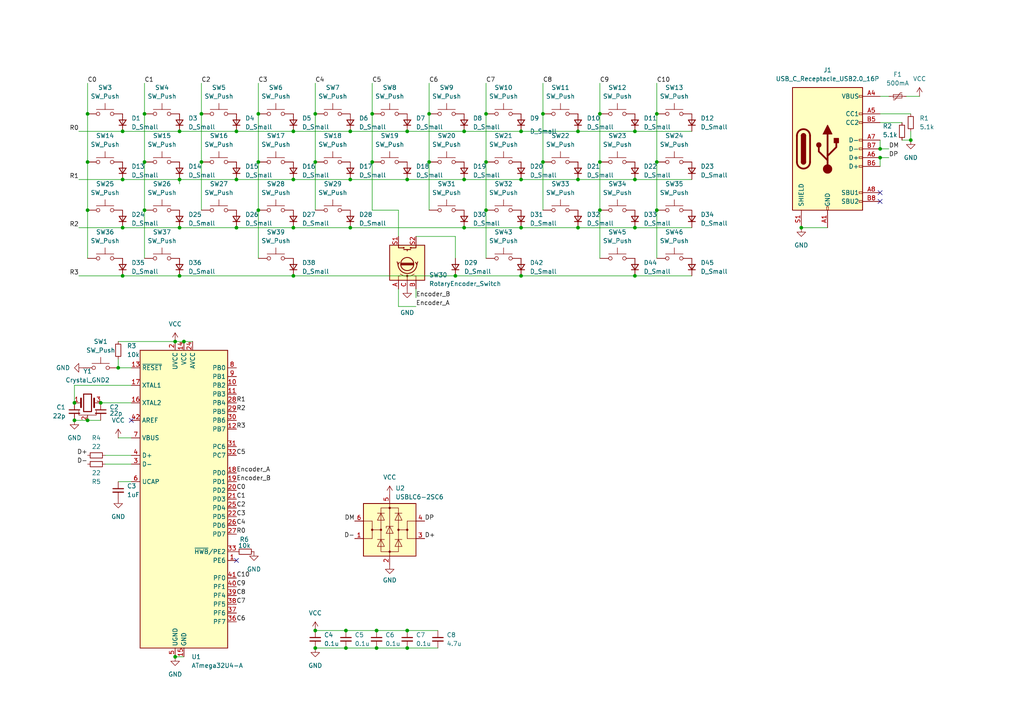
<source format=kicad_sch>
(kicad_sch (version 20231120) (generator "eeschema") (generator_version "8.0")
  (paper "A4")
  (junction (at 184.15 80.01))
  (junction (at 100.33 187.96))
  (junction (at 53.34 99.06))
  (junction (at 109.22 187.96))
  (junction (at 157.48 46.99))
  (junction (at 151.13 80.01))
  (junction (at 173.99 33.02))
  (junction (at 29.21 116.84))
  (junction (at 52.07 66.04))
  (junction (at 134.62 52.07))
  (junction (at 140.97 46.99))
  (junction (at 167.64 52.07))
  (junction (at 107.95 46.99))
  (junction (at 255.27 45.72))
  (junction (at 107.95 33.02))
  (junction (at 173.99 46.99))
  (junction (at 118.11 52.07))
  (junction (at 41.91 60.96))
  (junction (at 91.44 33.02))
  (junction (at 74.93 60.96))
  (junction (at 140.97 60.96))
  (junction (at 85.09 80.01))
  (junction (at 134.62 38.1))
  (junction (at 184.15 66.04))
  (junction (at 68.58 66.04))
  (junction (at 85.09 66.04))
  (junction (at 101.6 66.04))
  (junction (at 91.44 187.96))
  (junction (at 25.4 121.92))
  (junction (at 184.15 38.1))
  (junction (at 151.13 38.1))
  (junction (at 85.09 52.07))
  (junction (at 58.42 33.02))
  (junction (at 35.56 38.1))
  (junction (at 52.07 80.01))
  (junction (at 35.56 80.01))
  (junction (at 25.4 60.96))
  (junction (at 100.33 182.88))
  (junction (at 34.29 106.68))
  (junction (at 21.59 121.92))
  (junction (at 124.46 46.99))
  (junction (at 68.58 52.07))
  (junction (at 91.44 182.88))
  (junction (at 74.93 46.99))
  (junction (at 184.15 52.07))
  (junction (at 134.62 66.04))
  (junction (at 101.6 38.1))
  (junction (at 101.6 52.07))
  (junction (at 35.56 52.07))
  (junction (at 173.99 60.96))
  (junction (at 140.97 33.02))
  (junction (at 190.5 60.96))
  (junction (at 91.44 46.99))
  (junction (at 118.11 187.96))
  (junction (at 118.11 38.1))
  (junction (at 132.08 80.01))
  (junction (at 68.58 38.1))
  (junction (at 264.16 40.64))
  (junction (at 118.11 182.88))
  (junction (at 157.48 33.02))
  (junction (at 190.5 46.99))
  (junction (at 50.8 190.5))
  (junction (at 74.93 33.02))
  (junction (at 232.41 66.04))
  (junction (at 41.91 33.02))
  (junction (at 109.22 182.88))
  (junction (at 151.13 52.07))
  (junction (at 255.27 43.18))
  (junction (at 167.64 66.04))
  (junction (at 35.56 66.04))
  (junction (at 50.8 99.06))
  (junction (at 85.09 38.1))
  (junction (at 190.5 33.02))
  (junction (at 25.4 33.02))
  (junction (at 52.07 38.1))
  (junction (at 151.13 66.04))
  (junction (at 25.4 46.99))
  (junction (at 41.91 46.99))
  (junction (at 124.46 33.02))
  (junction (at 21.59 116.84))
  (junction (at 58.42 46.99))
  (junction (at 52.07 52.07))
  (junction (at 167.64 38.1))
  (no_connect (at 38.1 121.92))
  (no_connect (at 255.27 58.42))
  (no_connect (at 255.27 55.88))
  (no_connect (at 68.58 162.56))
  (wire (pts (xy 22.86 38.1) (xy 35.56 38.1)))
  (wire (pts (xy 255.27 45.72) (xy 257.81 45.72)))
  (wire (pts (xy 52.07 80.01) (xy 85.09 80.01)))
  (wire (pts (xy 68.58 38.1) (xy 85.09 38.1)))
  (wire (pts (xy 25.4 60.96) (xy 25.4 74.93)))
  (wire (pts (xy 190.5 60.96) (xy 190.5 74.93)))
  (wire (pts (xy 22.86 80.01) (xy 35.56 80.01)))
  (wire (pts (xy 118.11 182.88) (xy 127 182.88)))
  (wire (pts (xy 85.09 80.01) (xy 132.08 80.01)))
  (wire (pts (xy 41.91 33.02) (xy 41.91 46.99)))
  (wire (pts (xy 58.42 46.99) (xy 58.42 60.96)))
  (wire (pts (xy 91.44 187.96) (xy 100.33 187.96)))
  (wire (pts (xy 85.09 52.07) (xy 101.6 52.07)))
  (wire (pts (xy 100.33 187.96) (xy 109.22 187.96)))
  (wire (pts (xy 35.56 80.01) (xy 52.07 80.01)))
  (wire (pts (xy 132.08 80.01) (xy 151.13 80.01)))
  (wire (pts (xy 50.8 190.5) (xy 53.34 190.5)))
  (wire (pts (xy 41.91 24.13) (xy 41.91 33.02)))
  (wire (pts (xy 25.4 33.02) (xy 25.4 46.99)))
  (wire (pts (xy 101.6 52.07) (xy 118.11 52.07)))
  (wire (pts (xy 262.89 27.94) (xy 266.7 27.94)))
  (wire (pts (xy 85.09 38.1) (xy 101.6 38.1)))
  (wire (pts (xy 53.34 99.06) (xy 55.88 99.06)))
  (wire (pts (xy 30.48 134.62) (xy 38.1 134.62)))
  (wire (pts (xy 157.48 24.13) (xy 157.48 33.02)))
  (wire (pts (xy 68.58 66.04) (xy 85.09 66.04)))
  (wire (pts (xy 134.62 52.07) (xy 151.13 52.07)))
  (wire (pts (xy 74.93 60.96) (xy 74.93 74.93)))
  (wire (pts (xy 151.13 52.07) (xy 167.64 52.07)))
  (wire (pts (xy 255.27 43.18) (xy 257.81 43.18)))
  (wire (pts (xy 190.5 46.99) (xy 190.5 60.96)))
  (wire (pts (xy 261.62 40.64) (xy 264.16 40.64)))
  (wire (pts (xy 34.29 104.14) (xy 34.29 106.68)))
  (wire (pts (xy 134.62 38.1) (xy 151.13 38.1)))
  (wire (pts (xy 34.29 106.68) (xy 38.1 106.68)))
  (wire (pts (xy 35.56 52.07) (xy 52.07 52.07)))
  (wire (pts (xy 107.95 24.13) (xy 107.95 33.02)))
  (wire (pts (xy 107.95 60.96) (xy 115.57 60.96)))
  (wire (pts (xy 109.22 187.96) (xy 118.11 187.96)))
  (wire (pts (xy 21.59 121.92) (xy 25.4 121.92)))
  (wire (pts (xy 173.99 60.96) (xy 173.99 74.93)))
  (wire (pts (xy 34.29 139.7) (xy 38.1 139.7)))
  (wire (pts (xy 34.29 99.06) (xy 50.8 99.06)))
  (wire (pts (xy 118.11 38.1) (xy 134.62 38.1)))
  (wire (pts (xy 38.1 111.76) (xy 21.59 111.76)))
  (wire (pts (xy 109.22 182.88) (xy 118.11 182.88)))
  (wire (pts (xy 107.95 33.02) (xy 107.95 46.99)))
  (wire (pts (xy 115.57 83.82) (xy 115.57 88.9)))
  (wire (pts (xy 74.93 24.13) (xy 74.93 33.02)))
  (wire (pts (xy 22.86 52.07) (xy 35.56 52.07)))
  (wire (pts (xy 107.95 46.99) (xy 107.95 60.96)))
  (wire (pts (xy 167.64 38.1) (xy 184.15 38.1)))
  (wire (pts (xy 91.44 33.02) (xy 91.44 46.99)))
  (wire (pts (xy 184.15 52.07) (xy 200.66 52.07)))
  (wire (pts (xy 124.46 33.02) (xy 124.46 46.99)))
  (wire (pts (xy 140.97 60.96) (xy 140.97 74.93)))
  (wire (pts (xy 52.07 52.07) (xy 68.58 52.07)))
  (wire (pts (xy 140.97 46.99) (xy 140.97 60.96)))
  (wire (pts (xy 58.42 24.13) (xy 58.42 33.02)))
  (wire (pts (xy 255.27 40.64) (xy 255.27 43.18)))
  (wire (pts (xy 132.08 74.93) (xy 132.08 68.58)))
  (wire (pts (xy 91.44 182.88) (xy 100.33 182.88)))
  (wire (pts (xy 118.11 187.96) (xy 127 187.96)))
  (wire (pts (xy 91.44 24.13) (xy 91.44 33.02)))
  (wire (pts (xy 52.07 38.1) (xy 68.58 38.1)))
  (wire (pts (xy 34.29 127) (xy 38.1 127)))
  (wire (pts (xy 134.62 66.04) (xy 151.13 66.04)))
  (wire (pts (xy 115.57 60.96) (xy 115.57 68.58)))
  (wire (pts (xy 35.56 66.04) (xy 52.07 66.04)))
  (wire (pts (xy 157.48 46.99) (xy 157.48 60.96)))
  (wire (pts (xy 140.97 33.02) (xy 140.97 46.99)))
  (wire (pts (xy 50.8 99.06) (xy 53.34 99.06)))
  (wire (pts (xy 22.86 66.04) (xy 35.56 66.04)))
  (wire (pts (xy 100.33 182.88) (xy 109.22 182.88)))
  (wire (pts (xy 173.99 46.99) (xy 173.99 60.96)))
  (wire (pts (xy 167.64 66.04) (xy 184.15 66.04)))
  (wire (pts (xy 25.4 46.99) (xy 25.4 60.96)))
  (wire (pts (xy 68.58 52.07) (xy 85.09 52.07)))
  (wire (pts (xy 41.91 46.99) (xy 41.91 60.96)))
  (wire (pts (xy 140.97 24.13) (xy 140.97 33.02)))
  (wire (pts (xy 264.16 38.1) (xy 264.16 40.64)))
  (wire (pts (xy 101.6 66.04) (xy 134.62 66.04)))
  (wire (pts (xy 120.65 83.82) (xy 120.65 86.36)))
  (wire (pts (xy 21.59 111.76) (xy 21.59 116.84)))
  (wire (pts (xy 74.93 33.02) (xy 74.93 46.99)))
  (wire (pts (xy 255.27 35.56) (xy 261.62 35.56)))
  (wire (pts (xy 30.48 132.08) (xy 38.1 132.08)))
  (wire (pts (xy 118.11 52.07) (xy 134.62 52.07)))
  (wire (pts (xy 184.15 38.1) (xy 200.66 38.1)))
  (wire (pts (xy 255.27 33.02) (xy 264.16 33.02)))
  (wire (pts (xy 52.07 52.07) (xy 52.07 53.34)))
  (wire (pts (xy 85.09 66.04) (xy 101.6 66.04)))
  (wire (pts (xy 29.21 116.84) (xy 38.1 116.84)))
  (wire (pts (xy 167.64 52.07) (xy 184.15 52.07)))
  (wire (pts (xy 115.57 88.9) (xy 120.65 88.9)))
  (wire (pts (xy 52.07 66.04) (xy 68.58 66.04)))
  (wire (pts (xy 151.13 80.01) (xy 184.15 80.01)))
  (wire (pts (xy 190.5 33.02) (xy 190.5 46.99)))
  (wire (pts (xy 35.56 38.1) (xy 52.07 38.1)))
  (wire (pts (xy 255.27 27.94) (xy 257.81 27.94)))
  (wire (pts (xy 120.65 68.58) (xy 132.08 68.58)))
  (wire (pts (xy 74.93 46.99) (xy 74.93 60.96)))
  (wire (pts (xy 151.13 66.04) (xy 167.64 66.04)))
  (wire (pts (xy 124.46 46.99) (xy 124.46 60.96)))
  (wire (pts (xy 91.44 46.99) (xy 91.44 60.96)))
  (wire (pts (xy 101.6 38.1) (xy 118.11 38.1)))
  (wire (pts (xy 157.48 33.02) (xy 157.48 46.99)))
  (wire (pts (xy 255.27 45.72) (xy 255.27 48.26)))
  (wire (pts (xy 25.4 24.13) (xy 25.4 33.02)))
  (wire (pts (xy 58.42 33.02) (xy 58.42 46.99)))
  (wire (pts (xy 184.15 66.04) (xy 200.66 66.04)))
  (wire (pts (xy 151.13 38.1) (xy 167.64 38.1)))
  (wire (pts (xy 173.99 24.13) (xy 173.99 33.02)))
  (wire (pts (xy 41.91 60.96) (xy 41.91 74.93)))
  (wire (pts (xy 232.41 66.04) (xy 240.03 66.04)))
  (wire (pts (xy 190.5 24.13) (xy 190.5 33.02)))
  (wire (pts (xy 25.4 121.92) (xy 29.21 121.92)))
  (wire (pts (xy 184.15 80.01) (xy 200.66 80.01)))
  (wire (pts (xy 124.46 24.13) (xy 124.46 33.02)))
  (wire (pts (xy 173.99 33.02) (xy 173.99 46.99)))
  (label "C10" (at 190.5 24.13 0))
  (label "DP" (at 257.81 45.72 0))
  (label "D+" (at 123.19 156.21 0))
  (label "Encoder_A" (at 68.58 137.16 0))
  (label "C8" (at 68.58 172.72 0))
  (label "C6" (at 68.58 180.34 0))
  (label "R2" (at 22.86 66.04 180))
  (label "C9" (at 68.58 170.18 0))
  (label "DM" (at 257.81 43.18 0))
  (label "D-" (at 102.87 156.21 180))
  (label "R2" (at 68.58 119.38 0))
  (label "R1" (at 22.86 52.07 180))
  (label "DM" (at 102.87 151.13 180))
  (label "D-" (at 25.4 134.62 180))
  (label "C0" (at 25.4 24.13 0))
  (label "R0" (at 68.58 154.94 0))
  (label "R3" (at 68.58 124.46 0))
  (label "C7" (at 68.58 175.26 0))
  (label "C5" (at 68.58 132.08 0))
  (label "C9" (at 173.99 24.13 0))
  (label "Encoder_B" (at 68.58 139.7 0))
  (label "C1" (at 68.58 144.78 0))
  (label "Encoder_A" (at 120.65 88.9 0))
  (label "D+" (at 25.4 132.08 180))
  (label "C1" (at 41.91 24.13 0))
  (label "C2" (at 58.42 24.13 0))
  (label "Encoder_B" (at 120.65 86.36 0))
  (label "C8" (at 157.48 24.13 0))
  (label "C3" (at 68.58 149.86 0))
  (label "C4" (at 68.58 152.4 0))
  (label "C5" (at 107.95 24.13 0))
  (label "C6" (at 124.46 24.13 0))
  (label "C0" (at 68.58 142.24 0))
  (label "R1" (at 68.58 116.84 0))
  (label "R0" (at 22.86 38.1 180))
  (label "C7" (at 140.97 24.13 0))
  (label "R3" (at 22.86 80.01 180))
  (label "C2" (at 68.58 147.32 0))
  (label "C3" (at 74.93 24.13 0))
  (label "C4" (at 91.44 24.13 0))
  (label "C10" (at 68.58 167.64 0))
  (label "DP" (at 123.19 151.13 0))
  (symbol (lib_id "Device:R_Small") (at 264.16 35.56 0) (unit 1)
    (property "Reference" "R1" (at 266.7 34.2899 0) (effects (justify left)))
    (property "Value" "5.1k" (at 266.7 36.8299 0) (effects (justify left)))
    (property "Footprint" "Resistor_SMD:R_0805_2012Metric_Pad1.20x1.40mm_HandSolder" (effects (hide yes)))
    (property "Description" "Resistor, small symbol" (effects (hide yes)))
  )
  (symbol (lib_id "Device:R_Small") (at 71.12 160.02 90) (unit 1)
    (property "Reference" "R6" (at 70.866 156.464 90))
    (property "Value" "10k" (at 70.866 158.242 90))
    (property "Footprint" "Resistor_SMD:R_0805_2012Metric_Pad1.20x1.40mm_HandSolder" (effects (hide yes)))
    (property "Description" "Resistor, small symbol" (effects (hide yes)))
  )
  (symbol (lib_id "Switch:SW_Push") (at 46.99 46.99 0) (unit 1)
    (property "Reference" "SW15" (at 46.99 39.37 0))
    (property "Value" "SW_Push" (at 46.99 41.91 0))
    (property "Footprint" "Button_Switch_Keyboard:SW_Cherry_MX_1.00u_PCB" (effects (hide yes)))
    (property "Description" "Push button switch, generic, two pins" (effects (hide yes)))
  )
  (symbol (lib_id "Device:C_Small") (at 127 185.42 0) (unit 1)
    (property "Reference" "C8" (at 129.54 184.1562 0) (effects (justify left)))
    (property "Value" "4.7u" (at 129.54 186.6962 0) (effects (justify left)))
    (property "Footprint" "Capacitor_SMD:C_0805_2012Metric_Pad1.18x1.45mm_HandSolder" (effects (hide yes)))
    (property "Description" "Unpolarized capacitor, small symbol" (effects (hide yes)))
  )
  (symbol (lib_id "Device:D_Small") (at 151.13 49.53 90) (unit 1)
    (property "Reference" "D20" (at 153.67 48.2599 90) (effects (justify right)))
    (property "Value" "D_Small" (at 153.67 50.7999 90) (effects (justify right)))
    (property "Footprint" "Diode_SMD:D_0805_2012Metric_Pad1.15x1.40mm_HandSolder" (effects (hide yes)))
    (property "Description" "Diode, small symbol" (effects (hide yes)))
    (property "Sim.Device" "D" (effects (hide yes)))
    (property "Sim.Pins" "1=K 2=A" (effects (hide yes)))
  )
  (symbol (lib_id "Device:D_Small") (at 35.56 35.56 90) (unit 1)
    (property "Reference" "D1" (at 38.1 34.2899 90) (effects (justify right)))
    (property "Value" "D_Small" (at 38.1 36.8299 90) (effects (justify right)))
    (property "Footprint" "Diode_SMD:D_0805_2012Metric_Pad1.15x1.40mm_HandSolder" (effects (hide yes)))
    (property "Description" "Diode, small symbol" (effects (hide yes)))
    (property "Sim.Device" "D" (effects (hide yes)))
    (property "Sim.Pins" "1=K 2=A" (effects (hide yes)))
  )
  (symbol (lib_id "Switch:SW_Push") (at 129.54 46.99 0) (unit 1)
    (property "Reference" "SW20" (at 129.54 39.37 0))
    (property "Value" "SW_Push" (at 129.54 41.91 0))
    (property "Footprint" "Button_Switch_Keyboard:SW_Cherry_MX_1.00u_PCB" (effects (hide yes)))
    (property "Description" "Push button switch, generic, two pins" (effects (hide yes)))
  )
  (symbol (lib_id "power:GND") (at 264.16 40.64 0) (unit 1)
    (property "Reference" "#PWR02" (effects (hide yes)))
    (property "Value" "GND" (at 264.16 45.72 0))
    (property "Description" "Power symbol creates a global label with name \"GND\" , ground" (effects (hide yes)))
  )
  (symbol (lib_id "Device:C_Small") (at 29.21 119.38 0) (unit 1)
    (property "Reference" "C2" (at 31.75 118.1162 0) (effects (justify left)))
    (property "Value" "22p" (at 31.75 119.888 0) (effects (justify left)))
    (property "Footprint" "Capacitor_SMD:C_0805_2012Metric_Pad1.18x1.45mm_HandSolder" (effects (hide yes)))
    (property "Description" "Unpolarized capacitor, small symbol" (effects (hide yes)))
  )
  (symbol (lib_id "Device:D_Small") (at 184.15 77.47 90) (unit 1)
    (property "Reference" "D44" (at 186.69 76.1999 90) (effects (justify right)))
    (property "Value" "D_Small" (at 186.69 78.7399 90) (effects (justify right)))
    (property "Footprint" "Diode_SMD:D_0805_2012Metric_Pad1.15x1.40mm_HandSolder" (effects (hide yes)))
    (property "Description" "Diode, small symbol" (effects (hide yes)))
    (property "Sim.Device" "D" (effects (hide yes)))
    (property "Sim.Pins" "1=K 2=A" (effects (hide yes)))
  )
  (symbol (lib_id "Device:D_Small") (at 35.56 77.47 90) (unit 1)
    (property "Reference" "D35" (at 38.1 76.1999 90) (effects (justify right)))
    (property "Value" "D_Small" (at 38.1 78.7399 90) (effects (justify right)))
    (property "Footprint" "Diode_SMD:D_0805_2012Metric_Pad1.15x1.40mm_HandSolder" (effects (hide yes)))
    (property "Description" "Diode, small symbol" (effects (hide yes)))
    (property "Sim.Device" "D" (effects (hide yes)))
    (property "Sim.Pins" "1=K 2=A" (effects (hide yes)))
  )
  (symbol (lib_id "Device:D_Small") (at 167.64 35.56 90) (unit 1)
    (property "Reference" "D10" (at 170.18 34.2899 90) (effects (justify right)))
    (property "Value" "D_Small" (at 170.18 36.8299 90) (effects (justify right)))
    (property "Footprint" "Diode_SMD:D_0805_2012Metric_Pad1.15x1.40mm_HandSolder" (effects (hide yes)))
    (property "Description" "Diode, small symbol" (effects (hide yes)))
    (property "Sim.Device" "D" (effects (hide yes)))
    (property "Sim.Pins" "1=K 2=A" (effects (hide yes)))
  )
  (symbol (lib_id "Device:Polyfuse_Small") (at 260.35 27.94 90) (unit 1)
    (property "Reference" "F1" (at 260.35 21.59 90))
    (property "Value" "500mA" (at 260.35 24.13 90))
    (property "Footprint" "Fuse:Fuse_0805_2012Metric_Pad1.15x1.40mm_HandSolder" (effects (hide yes)))
    (property "Description" "Resettable fuse, polymeric positive temperature coefficient, small symbol" (effects (hide yes)))
  )
  (symbol (lib_id "Device:R_Small") (at 261.62 38.1 0) (unit 1)
    (property "Reference" "R2" (at 256.032 36.576 0) (effects (justify left)))
    (property "Value" "5.1k" (at 256.032 39.116 0) (effects (justify left)))
    (property "Footprint" "Resistor_SMD:R_0805_2012Metric_Pad1.20x1.40mm_HandSolder" (effects (hide yes)))
    (property "Description" "Resistor, small symbol" (effects (hide yes)))
  )
  (symbol (lib_id "Device:D_Small") (at 151.13 77.47 90) (unit 1)
    (property "Reference" "D42" (at 153.67 76.1999 90) (effects (justify right)))
    (property "Value" "D_Small" (at 153.67 78.7399 90) (effects (justify right)))
    (property "Footprint" "Diode_SMD:D_0805_2012Metric_Pad1.15x1.40mm_HandSolder" (effects (hide yes)))
    (property "Description" "Diode, small symbol" (effects (hide yes)))
    (property "Sim.Device" "D" (effects (hide yes)))
    (property "Sim.Pins" "1=K 2=A" (effects (hide yes)))
  )
  (symbol (lib_id "MCU_Microchip_ATmega:ATmega32U4-A") (at 53.34 144.78 0) (unit 1)
    (property "Reference" "U1" (at 55.5341 190.5 0) (effects (justify left)))
    (property "Value" "ATmega32U4-A" (at 55.5341 193.04 0) (effects (justify left)))
    (property "Footprint" "Package_QFP:TQFP-44_10x10mm_P0.8mm" (effects (hide yes)))
    (property "Datasheet" "http://ww1.microchip.com/downloads/en/DeviceDoc/Atmel-7766-8-bit-AVR-ATmega16U4-32U4_Datasheet.pdf" (effects (hide yes)))
    (property "Description" "16MHz, 32kB Flash, 2.5kB SRAM, 1kB EEPROM, USB 2.0, TQFP-44" (effects (hide yes)))
  )
  (symbol (lib_id "Device:D_Small") (at 35.56 49.53 90) (unit 1)
    (property "Reference" "D13" (at 38.1 48.2599 90) (effects (justify right)))
    (property "Value" "D_Small" (at 38.1 50.7999 90) (effects (justify right)))
    (property "Footprint" "Diode_SMD:D_0805_2012Metric_Pad1.15x1.40mm_HandSolder" (effects (hide yes)))
    (property "Description" "Diode, small symbol" (effects (hide yes)))
    (property "Sim.Device" "D" (effects (hide yes)))
    (property "Sim.Pins" "1=K 2=A" (effects (hide yes)))
  )
  (symbol (lib_id "Device:D_Small") (at 200.66 77.47 90) (unit 1)
    (property "Reference" "D45" (at 203.2 76.1999 90) (effects (justify right)))
    (property "Value" "D_Small" (at 203.2 78.7399 90) (effects (justify right)))
    (property "Footprint" "Diode_SMD:D_0805_2012Metric_Pad1.15x1.40mm_HandSolder" (effects (hide yes)))
    (property "Description" "Diode, small symbol" (effects (hide yes)))
    (property "Sim.Device" "D" (effects (hide yes)))
    (property "Sim.Pins" "1=K 2=A" (effects (hide yes)))
  )
  (symbol (lib_id "Switch:SW_Push") (at 46.99 74.93 0) (unit 1)
    (property "Reference" "SW37" (at 46.99 67.31 0))
    (property "Value" "SW_Push" (at 46.99 69.85 0))
    (property "Footprint" "Button_Switch_Keyboard:SW_Cherry_MX_1.25u_PCB" (effects (hide yes)))
    (property "Description" "Push button switch, generic, two pins" (effects (hide yes)))
  )
  (symbol (lib_id "Device:R_Small") (at 27.94 132.08 90) (unit 1)
    (property "Reference" "R4" (at 27.94 127 90))
    (property "Value" "22" (at 27.94 129.54 90))
    (property "Footprint" "Resistor_SMD:R_0805_2012Metric_Pad1.20x1.40mm_HandSolder" (effects (hide yes)))
    (property "Description" "Resistor, small symbol" (effects (hide yes)))
  )
  (symbol (lib_id "Switch:SW_Push") (at 30.48 46.99 0) (unit 1)
    (property "Reference" "SW14" (at 30.48 39.37 0))
    (property "Value" "SW_Push" (at 30.48 41.91 0))
    (property "Footprint" "Button_Switch_Keyboard:SW_Cherry_MX_1.00u_PCB" (effects (hide yes)))
    (property "Description" "Push button switch, generic, two pins" (effects (hide yes)))
  )
  (symbol (lib_id "Switch:SW_Push") (at 80.01 33.02 0) (unit 1)
    (property "Reference" "SW6" (at 80.01 25.4 0))
    (property "Value" "SW_Push" (at 80.01 27.94 0))
    (property "Footprint" "Button_Switch_Keyboard:SW_Cherry_MX_1.00u_PCB" (effects (hide yes)))
    (property "Description" "Push button switch, generic, two pins" (effects (hide yes)))
  )
  (symbol (lib_id "power:GND") (at 232.41 66.04 0) (unit 1)
    (property "Reference" "#PWR01" (effects (hide yes)))
    (property "Value" "GND" (at 232.41 71.12 0))
    (property "Description" "Power symbol creates a global label with name \"GND\" , ground" (effects (hide yes)))
  )
  (symbol (lib_id "Device:D_Small") (at 151.13 35.56 90) (unit 1)
    (property "Reference" "D9" (at 153.67 34.2899 90) (effects (justify right)))
    (property "Value" "D_Small" (at 153.67 38.0999 90) (effects (justify right)))
    (property "Footprint" "Diode_SMD:D_0805_2012Metric_Pad1.15x1.40mm_HandSolder" (effects (hide yes)))
    (property "Description" "Diode, small symbol" (effects (hide yes)))
    (property "Sim.Device" "D" (effects (hide yes)))
    (property "Sim.Pins" "1=K 2=A" (effects (hide yes)))
  )
  (symbol (lib_id "Device:D_Small") (at 184.15 35.56 90) (unit 1)
    (property "Reference" "D11" (at 186.69 34.2899 90) (effects (justify right)))
    (property "Value" "D_Small" (at 186.69 36.8299 90) (effects (justify right)))
    (property "Footprint" "Diode_SMD:D_0805_2012Metric_Pad1.15x1.40mm_HandSolder" (effects (hide yes)))
    (property "Description" "Diode, small symbol" (effects (hide yes)))
    (property "Sim.Device" "D" (effects (hide yes)))
    (property "Sim.Pins" "1=K 2=A" (effects (hide yes)))
  )
  (symbol (lib_id "Switch:SW_Push") (at 146.05 60.96 0) (unit 1)
    (property "Reference" "SW32" (at 146.05 53.34 0))
    (property "Value" "SW_Push" (at 146.05 55.88 0))
    (property "Footprint" "Button_Switch_Keyboard:SW_Cherry_MX_1.00u_PCB" (effects (hide yes)))
    (property "Description" "Push button switch, generic, two pins" (effects (hide yes)))
  )
  (symbol (lib_id "Switch:SW_Push") (at 179.07 74.93 0) (unit 1)
    (property "Reference" "SW45" (at 179.07 67.31 0))
    (property "Value" "SW_Push" (at 179.07 69.85 0))
    (property "Footprint" "Button_Switch_Keyboard:SW_Cherry_MX_1.25u_PCB" (effects (hide yes)))
    (property "Description" "Push button switch, generic, two pins" (effects (hide yes)))
  )
  (symbol (lib_id "Device:D_Small") (at 52.07 49.53 90) (unit 1)
    (property "Reference" "D14" (at 54.61 48.2599 90) (effects (justify right)))
    (property "Value" "D_Small" (at 54.61 50.7999 90) (effects (justify right)))
    (property "Footprint" "Diode_SMD:D_0805_2012Metric_Pad1.15x1.40mm_HandSolder" (effects (hide yes)))
    (property "Description" "Diode, small symbol" (effects (hide yes)))
    (property "Sim.Device" "D" (effects (hide yes)))
    (property "Sim.Pins" "1=K 2=A" (effects (hide yes)))
  )
  (symbol (lib_id "Switch:SW_Push") (at 146.05 46.99 0) (unit 1)
    (property "Reference" "SW21" (at 146.05 39.37 0))
    (property "Value" "SW_Push" (at 146.05 41.91 0))
    (property "Footprint" "Button_Switch_Keyboard:SW_Cherry_MX_1.00u_PCB" (effects (hide yes)))
    (property "Description" "Push button switch, generic, two pins" (effects (hide yes)))
  )
  (symbol (lib_id "Device:D_Small") (at 52.07 63.5 90) (unit 1)
    (property "Reference" "D25" (at 54.61 62.2299 90) (effects (justify right)))
    (property "Value" "D_Small" (at 54.61 64.7699 90) (effects (justify right)))
    (property "Footprint" "Diode_SMD:D_0805_2012Metric_Pad1.15x1.40mm_HandSolder" (effects (hide yes)))
    (property "Description" "Diode, small symbol" (effects (hide yes)))
    (property "Sim.Device" "D" (effects (hide yes)))
    (property "Sim.Pins" "1=K 2=A" (effects (hide yes)))
  )
  (symbol (lib_id "Device:D_Small") (at 167.64 63.5 90) (unit 1)
    (property "Reference" "D32" (at 170.18 62.2299 90) (effects (justify right)))
    (property "Value" "D_Small" (at 170.18 64.7699 90) (effects (justify right)))
    (property "Footprint" "Diode_SMD:D_0805_2012Metric_Pad1.15x1.40mm_HandSolder" (effects (hide yes)))
    (property "Description" "Diode, small symbol" (effects (hide yes)))
    (property "Sim.Device" "D" (effects (hide yes)))
    (property "Sim.Pins" "1=K 2=A" (effects (hide yes)))
  )
  (symbol (lib_id "Switch:SW_Push") (at 162.56 60.96 0) (unit 1)
    (property "Reference" "SW33" (at 162.56 53.34 0))
    (property "Value" "SW_Push" (at 162.56 55.88 0))
    (property "Footprint" "Button_Switch_Keyboard:SW_Cherry_MX_1.00u_PCB" (effects (hide yes)))
    (property "Description" "Push button switch, generic, two pins" (effects (hide yes)))
  )
  (symbol (lib_id "Device:C_Small") (at 91.44 185.42 0) (unit 1)
    (property "Reference" "C4" (at 93.98 184.1562 0) (effects (justify left)))
    (property "Value" "0.1u" (at 93.98 186.6962 0) (effects (justify left)))
    (property "Footprint" "Capacitor_SMD:C_0805_2012Metric_Pad1.18x1.45mm_HandSolder" (effects (hide yes)))
    (property "Description" "Unpolarized capacitor, small symbol" (effects (hide yes)))
  )
  (symbol (lib_id "Device:D_Small") (at 52.07 77.47 90) (unit 1)
    (property "Reference" "D36" (at 54.61 76.1999 90) (effects (justify right)))
    (property "Value" "D_Small" (at 54.61 78.7399 90) (effects (justify right)))
    (property "Footprint" "Diode_SMD:D_0805_2012Metric_Pad1.15x1.40mm_HandSolder" (effects (hide yes)))
    (property "Description" "Diode, small symbol" (effects (hide yes)))
    (property "Sim.Device" "D" (effects (hide yes)))
    (property "Sim.Pins" "1=K 2=A" (effects (hide yes)))
  )
  (symbol (lib_id "Switch:SW_Push") (at 179.07 33.02 0) (unit 1)
    (property "Reference" "SW12" (at 179.07 25.4 0))
    (property "Value" "SW_Push" (at 179.07 27.94 0))
    (property "Footprint" "Button_Switch_Keyboard:SW_Cherry_MX_1.00u_PCB" (effects (hide yes)))
    (property "Description" "Push button switch, generic, two pins" (effects (hide yes)))
  )
  (symbol (lib_id "Switch:SW_Push") (at 113.03 46.99 0) (unit 1)
    (property "Reference" "SW19" (at 113.03 39.37 0))
    (property "Value" "SW_Push" (at 113.03 41.91 0))
    (property "Footprint" "Button_Switch_Keyboard:SW_Cherry_MX_1.00u_PCB" (effects (hide yes)))
    (property "Description" "Push button switch, generic, two pins" (effects (hide yes)))
  )
  (symbol (lib_id "Connector:USB_C_Receptacle_USB2.0_16P") (at 240.03 43.18 0) (unit 1)
    (property "Reference" "J1" (at 240.03 20.32 0))
    (property "Value" "USB_C_Receptacle_USB2.0_16P" (at 240.03 22.86 0))
    (property "Footprint" "Connector_USB:USB_C_Receptacle_HRO_TYPE-C-31-M-12" (effects (hide yes)))
    (property "Datasheet" "https://www.usb.org/sites/default/files/documents/usb_type-c.zip" (effects (hide yes)))
    (property "Description" "USB 2.0-only 16P Type-C Receptacle connector" (effects (hide yes)))
  )
  (symbol (lib_id "Device:C_Small") (at 21.59 119.38 0) (mirror y) (unit 1)
    (property "Reference" "C1" (at 19.05 118.1162 0) (effects (justify left)))
    (property "Value" "22p" (at 19.05 120.6562 0) (effects (justify left)))
    (property "Footprint" "Capacitor_SMD:C_0805_2012Metric_Pad1.18x1.45mm_HandSolder" (effects (hide yes)))
    (property "Description" "Unpolarized capacitor, small symbol" (effects (hide yes)))
  )
  (symbol (lib_id "Device:D_Small") (at 151.13 63.5 90) (unit 1)
    (property "Reference" "D31" (at 153.67 62.2299 90) (effects (justify right)))
    (property "Value" "D_Small" (at 153.67 64.7699 90) (effects (justify right)))
    (property "Footprint" "Diode_SMD:D_0805_2012Metric_Pad1.15x1.40mm_HandSolder" (effects (hide yes)))
    (property "Description" "Diode, small symbol" (effects (hide yes)))
    (property "Sim.Device" "D" (effects (hide yes)))
    (property "Sim.Pins" "1=K 2=A" (effects (hide yes)))
  )
  (symbol (lib_id "Switch:SW_Push") (at 195.58 74.93 0) (unit 1)
    (property "Reference" "SW46" (at 195.58 67.31 0))
    (property "Value" "SW_Push" (at 195.58 69.85 0))
    (property "Footprint" "Button_Switch_Keyboard:SW_Cherry_MX_1.25u_PCB" (effects (hide yes)))
    (property "Description" "Push button switch, generic, two pins" (effects (hide yes)))
  )
  (symbol (lib_id "Device:C_Small") (at 34.29 142.24 0) (unit 1)
    (property "Reference" "C3" (at 36.83 140.9762 0) (effects (justify left)))
    (property "Value" "1uF" (at 36.83 143.5162 0) (effects (justify left)))
    (property "Footprint" "Capacitor_SMD:C_0805_2012Metric_Pad1.18x1.45mm_HandSolder" (effects (hide yes)))
    (property "Description" "Unpolarized capacitor, small symbol" (effects (hide yes)))
  )
  (symbol (lib_id "Power_Protection:USBLC6-2SC6") (at 113.03 153.67 0) (unit 1)
    (property "Reference" "U2" (at 114.6811 141.605 0) (effects (justify left)))
    (property "Value" "USBLC6-2SC6" (at 114.6811 144.145 0) (effects (justify left)))
    (property "Footprint" "Package_TO_SOT_SMD:SOT-23-6" (effects (hide yes)))
    (property "Datasheet" "https://www.st.com/resource/en/datasheet/usblc6-2.pdf" (effects (hide yes)))
  )
  (symbol (lib_id "Device:D_Small") (at 85.09 63.5 90) (unit 1)
    (property "Reference" "D27" (at 87.63 62.2299 90) (effects (justify right)))
    (property "Value" "D_Small" (at 87.63 64.7699 90) (effects (justify right)))
    (property "Footprint" "Diode_SMD:D_0805_2012Metric_Pad1.15x1.40mm_HandSolder" (effects (hide yes)))
    (property "Description" "Diode, small symbol" (effects (hide yes)))
    (property "Sim.Device" "D" (effects (hide yes)))
    (property "Sim.Pins" "1=K 2=A" (effects (hide yes)))
  )
  (symbol (lib_id "power:GND") (at 118.11 83.82 0) (unit 1)
    (property "Reference" "#PWR04" (effects (hide yes)))
    (property "Value" "GND" (at 118.11 90.678 0))
    (property "Description" "Power symbol creates a global label with name \"GND\" , ground" (effects (hide yes)))
  )
  (symbol (lib_id "Device:D_Small") (at 200.66 49.53 90) (unit 1)
    (property "Reference" "D23" (at 203.2 48.2599 90) (effects (justify right)))
    (property "Value" "D_Small" (at 203.2 50.7999 90) (effects (justify right)))
    (property "Footprint" "Diode_SMD:D_0805_2012Metric_Pad1.15x1.40mm_HandSolder" (effects (hide yes)))
    (property "Description" "Diode, small symbol" (effects (hide yes)))
    (property "Sim.Device" "D" (effects (hide yes)))
    (property "Sim.Pins" "1=K 2=A" (effects (hide yes)))
  )
  (symbol (lib_id "Device:D_Small") (at 184.15 49.53 90) (unit 1)
    (property "Reference" "D22" (at 186.69 48.2599 90) (effects (justify right)))
    (property "Value" "D_Small" (at 186.69 50.7999 90) (effects (justify right)))
    (property "Footprint" "Diode_SMD:D_0805_2012Metric_Pad1.15x1.40mm_HandSolder" (effects (hide yes)))
    (property "Description" "Diode, small symbol" (effects (hide yes)))
    (property "Sim.Device" "D" (effects (hide yes)))
    (property "Sim.Pins" "1=K 2=A" (effects (hide yes)))
  )
  (symbol (lib_id "Switch:SW_Push") (at 63.5 46.99 0) (unit 1)
    (property "Reference" "SW16" (at 63.5 39.37 0))
    (property "Value" "SW_Push" (at 63.5 41.91 0))
    (property "Footprint" "Button_Switch_Keyboard:SW_Cherry_MX_1.00u_PCB" (effects (hide yes)))
    (property "Description" "Push button switch, generic, two pins" (effects (hide yes)))
  )
  (symbol (lib_id "Device:D_Small") (at 68.58 35.56 90) (unit 1)
    (property "Reference" "D4" (at 71.12 34.2899 90) (effects (justify right)))
    (property "Value" "D_Small" (at 71.12 36.8299 90) (effects (justify right)))
    (property "Footprint" "Diode_SMD:D_0805_2012Metric_Pad1.15x1.40mm_HandSolder" (effects (hide yes)))
    (property "Description" "Diode, small symbol" (effects (hide yes)))
    (property "Sim.Device" "D" (effects (hide yes)))
    (property "Sim.Pins" "1=K 2=A" (effects (hide yes)))
  )
  (symbol (lib_id "Device:D_Small") (at 118.11 49.53 90) (unit 1)
    (property "Reference" "D18" (at 120.65 48.2599 90) (effects (justify right)))
    (property "Value" "D_Small" (at 120.65 50.7999 90) (effects (justify right)))
    (property "Footprint" "Diode_SMD:D_0805_2012Metric_Pad1.15x1.40mm_HandSolder" (effects (hide yes)))
    (property "Description" "Diode, small symbol" (effects (hide yes)))
    (property "Sim.Device" "D" (effects (hide yes)))
    (property "Sim.Pins" "1=K 2=A" (effects (hide yes)))
  )
  (symbol (lib_id "Device:D_Small") (at 35.56 63.5 90) (unit 1)
    (property "Reference" "D24" (at 38.1 62.2299 90) (effects (justify right)))
    (property "Value" "D_Small" (at 38.1 64.7699 90) (effects (justify right)))
    (property "Footprint" "Diode_SMD:D_0805_2012Metric_Pad1.15x1.40mm_HandSolder" (effects (hide yes)))
    (property "Description" "Diode, small symbol" (effects (hide yes)))
    (property "Sim.Device" "D" (effects (hide yes)))
    (property "Sim.Pins" "1=K 2=A" (effects (hide yes)))
  )
  (symbol (lib_id "Switch:SW_Push") (at 30.48 33.02 0) (unit 1)
    (property "Reference" "SW3" (at 30.48 25.4 0))
    (property "Value" "SW_Push" (at 30.48 27.94 0))
    (property "Footprint" "Button_Switch_Keyboard:SW_Cherry_MX_1.00u_PCB" (effects (hide yes)))
    (property "Description" "Push button switch, generic, two pins" (effects (hide yes)))
  )
  (symbol (lib_id "power:VCC") (at 91.44 182.88 0) (unit 1)
    (property "Reference" "#PWR012" (effects (hide yes)))
    (property "Value" "VCC" (at 91.44 177.8 0))
    (property "Description" "Power symbol creates a global label with name \"VCC\"" (effects (hide yes)))
  )
  (symbol (lib_id "Device:R_Small") (at 34.29 101.6 0) (unit 1)
    (property "Reference" "R3" (at 36.83 100.3299 0) (effects (justify left)))
    (property "Value" "10k" (at 36.83 102.8699 0) (effects (justify left)))
    (property "Footprint" "Resistor_SMD:R_0805_2012Metric_Pad1.20x1.40mm_HandSolder" (effects (hide yes)))
    (property "Description" "Resistor, small symbol" (effects (hide yes)))
  )
  (symbol (lib_id "Switch:SW_Push") (at 96.52 46.99 0) (unit 1)
    (property "Reference" "SW18" (at 96.52 39.37 0))
    (property "Value" "SW_Push" (at 96.52 41.91 0))
    (property "Footprint" "Button_Switch_Keyboard:SW_Cherry_MX_1.00u_PCB" (effects (hide yes)))
    (property "Description" "Push button switch, generic, two pins" (effects (hide yes)))
  )
  (symbol (lib_id "power:GND") (at 113.03 163.83 0) (unit 1)
    (property "Reference" "#PWR015" (effects (hide yes)))
    (property "Value" "GND" (at 113.03 168.275 0))
  )
  (symbol (lib_id "Switch:SW_Push") (at 129.54 60.96 0) (unit 1)
    (property "Reference" "SW31" (at 129.54 53.34 0))
    (property "Value" "SW_Push" (at 129.54 55.88 0))
    (property "Footprint" "Button_Switch_Keyboard:SW_Cherry_MX_1.00u_PCB" (effects (hide yes)))
    (property "Description" "Push button switch, generic, two pins" (effects (hide yes)))
  )
  (symbol (lib_id "Switch:SW_Push") (at 146.05 33.02 0) (unit 1)
    (property "Reference" "SW10" (at 146.05 25.4 0))
    (property "Value" "SW_Push" (at 146.05 27.94 0))
    (property "Footprint" "Button_Switch_Keyboard:SW_Cherry_MX_1.00u_PCB" (effects (hide yes)))
    (property "Description" "Push button switch, generic, two pins" (effects (hide yes)))
  )
  (symbol (lib_id "Device:D_Small") (at 52.07 35.56 90) (unit 1)
    (property "Reference" "D3" (at 54.61 34.2899 90) (effects (justify right)))
    (property "Value" "D_Small" (at 54.61 36.8299 90) (effects (justify right)))
    (property "Footprint" "Diode_SMD:D_0805_2012Metric_Pad1.15x1.40mm_HandSolder" (effects (hide yes)))
    (property "Description" "Diode, small symbol" (effects (hide yes)))
    (property "Sim.Device" "D" (effects (hide yes)))
    (property "Sim.Pins" "1=K 2=A" (effects (hide yes)))
  )
  (symbol (lib_id "Device:D_Small") (at 85.09 35.56 90) (unit 1)
    (property "Reference" "D5" (at 87.63 34.2899 90) (effects (justify right)))
    (property "Value" "D_Small" (at 87.63 36.8299 90) (effects (justify right)))
    (property "Footprint" "Diode_SMD:D_0805_2012Metric_Pad1.15x1.40mm_HandSolder" (effects (hide yes)))
    (property "Description" "Diode, small symbol" (effects (hide yes)))
    (property "Sim.Device" "D" (effects (hide yes)))
    (property "Sim.Pins" "1=K 2=A" (effects (hide yes)))
  )
  (symbol (lib_id "Device:C_Small") (at 109.22 185.42 0) (unit 1)
    (property "Reference" "C6" (at 111.76 184.1562 0) (effects (justify left)))
    (property "Value" "0.1u" (at 111.76 186.6962 0) (effects (justify left)))
    (property "Footprint" "Capacitor_SMD:C_0805_2012Metric_Pad1.18x1.45mm_HandSolder" (effects (hide yes)))
    (property "Description" "Unpolarized capacitor, small symbol" (effects (hide yes)))
  )
  (symbol (lib_id "Device:D_Small") (at 132.08 77.47 90) (unit 1)
    (property "Reference" "D29" (at 134.62 76.1999 90) (effects (justify right)))
    (property "Value" "D_Small" (at 134.62 78.7399 90) (effects (justify right)))
    (property "Footprint" "Diode_SMD:D_0805_2012Metric_Pad1.15x1.40mm_HandSolder" (effects (hide yes)))
    (property "Description" "Diode, small symbol" (effects (hide yes)))
    (property "Sim.Device" "D" (effects (hide yes)))
    (property "Sim.Pins" "1=K 2=A" (effects (hide yes)))
  )
  (symbol (lib_id "Device:D_Small") (at 85.09 49.53 90) (unit 1)
    (property "Reference" "D16" (at 87.63 48.2599 90) (effects (justify right)))
    (property "Value" "D_Small" (at 87.63 50.7999 90) (effects (justify right)))
    (property "Footprint" "Diode_SMD:D_0805_2012Metric_Pad1.15x1.40mm_HandSolder" (effects (hide yes)))
    (property "Description" "Diode, small symbol" (effects (hide yes)))
    (property "Sim.Device" "D" (effects (hide yes)))
    (property "Sim.Pins" "1=K 2=A" (effects (hide yes)))
  )
  (symbol (lib_id "Device:RotaryEncoder_Switch") (at 118.11 76.2 90) (unit 1)
    (property "Reference" "SW30" (at 124.46 79.756 90) (effects (justify right)))
    (property "Value" "RotaryEncoder_Switch" (at 124.46 82.296 90) (effects (justify right)))
    (property "Footprint" "Rotary_Encoder:RotaryEncoder_Alps_EC11E-Switch_Vertical_H20mm" (effects (hide yes)))
    (property "Description" "Rotary encoder, dual channel, incremental quadrate outputs, with switch" (effects (hide yes)))
  )
  (symbol (lib_id "power:GND") (at 91.44 187.96 0) (unit 1)
    (property "Reference" "#PWR013" (effects (hide yes)))
    (property "Value" "GND" (at 91.44 193.04 0))
    (property "Description" "Power symbol creates a global label with name \"GND\" , ground" (effects (hide yes)))
  )
  (symbol (lib_id "Switch:SW_Push") (at 63.5 60.96 0) (unit 1)
    (property "Reference" "SW27" (at 63.5 53.34 0))
    (property "Value" "SW_Push" (at 63.5 55.88 0))
    (property "Footprint" "Button_Switch_Keyboard:SW_Cherry_MX_1.00u_PCB" (effects (hide yes)))
    (property "Description" "Push button switch, generic, two pins" (effects (hide yes)))
  )
  (symbol (lib_id "Device:C_Small") (at 100.33 185.42 0) (unit 1)
    (property "Reference" "C5" (at 102.87 184.1562 0) (effects (justify left)))
    (property "Value" "0.1u" (at 102.87 186.6962 0) (effects (justify left)))
    (property "Footprint" "Capacitor_SMD:C_0805_2012Metric_Pad1.18x1.45mm_HandSolder" (effects (hide yes)))
    (property "Description" "Unpolarized capacitor, small symbol" (effects (hide yes)))
  )
  (symbol (lib_id "Switch:SW_Push") (at 63.5 33.02 0) (unit 1)
    (property "Reference" "SW5" (at 63.5 25.4 0))
    (property "Value" "SW_Push" (at 63.5 27.94 0))
    (property "Footprint" "Button_Switch_Keyboard:SW_Cherry_MX_1.00u_PCB" (effects (hide yes)))
    (property "Description" "Push button switch, generic, two pins" (effects (hide yes)))
  )
  (symbol (lib_id "Device:D_Small") (at 167.64 49.53 90) (unit 1)
    (property "Reference" "D21" (at 170.18 48.2599 90) (effects (justify right)))
    (property "Value" "D_Small" (at 170.18 50.7999 90) (effects (justify right)))
    (property "Footprint" "Diode_SMD:D_0805_2012Metric_Pad1.15x1.40mm_HandSolder" (effects (hide yes)))
    (property "Description" "Diode, small symbol" (effects (hide yes)))
    (property "Sim.Device" "D" (effects (hide yes)))
    (property "Sim.Pins" "1=K 2=A" (effects (hide yes)))
  )
  (symbol (lib_id "Device:D_Small") (at 68.58 49.53 90) (unit 1)
    (property "Reference" "D15" (at 71.12 48.2599 90) (effects (justify right)))
    (property "Value" "D_Small" (at 71.12 50.7999 90) (effects (justify right)))
    (property "Footprint" "Diode_SMD:D_0805_2012Metric_Pad1.15x1.40mm_HandSolder" (effects (hide yes)))
    (property "Description" "Diode, small symbol" (effects (hide yes)))
    (property "Sim.Device" "D" (effects (hide yes)))
    (property "Sim.Pins" "1=K 2=A" (effects (hide yes)))
  )
  (symbol (lib_id "Switch:SW_Push") (at 195.58 46.99 0) (unit 1)
    (property "Reference" "SW24" (at 195.58 39.37 0))
    (property "Value" "SW_Push" (at 195.58 41.91 0))
    (property "Footprint" "Button_Switch_Keyboard:SW_Cherry_MX_1.00u_PCB" (effects (hide yes)))
    (property "Description" "Push button switch, generic, two pins" (effects (hide yes)))
  )
  (symbol (lib_id "Switch:SW_Push") (at 30.48 60.96 0) (unit 1)
    (property "Reference" "SW25" (at 30.48 53.34 0))
    (property "Value" "SW_Push" (at 30.48 55.88 0))
    (property "Footprint" "Button_Switch_Keyboard:SW_Cherry_MX_1.50u_PCB" (effects (hide yes)))
    (property "Description" "Push button switch, generic, two pins" (effects (hide yes)))
  )
  (symbol (lib_id "power:GND") (at 50.8 190.5 0) (unit 1)
    (property "Reference" "#PWR09" (effects (hide yes)))
    (property "Value" "GND" (at 50.8 195.58 0))
    (property "Description" "Power symbol creates a global label with name \"GND\" , ground" (effects (hide yes)))
  )
  (symbol (lib_id "Device:D_Small") (at 134.62 49.53 90) (unit 1)
    (property "Reference" "D19" (at 137.16 48.2599 90) (effects (justify right)))
    (property "Value" "D_Small" (at 137.16 50.7999 90) (effects (justify right)))
    (property "Footprint" "Diode_SMD:D_0805_2012Metric_Pad1.15x1.40mm_HandSolder" (effects (hide yes)))
    (property "Description" "Diode, small symbol" (effects (hide yes)))
    (property "Sim.Device" "D" (effects (hide yes)))
    (property "Sim.Pins" "1=K 2=A" (effects (hide yes)))
  )
  (symbol (lib_id "Switch:SW_Push") (at 146.05 74.93 0) (unit 1)
    (property "Reference" "SW43" (at 146.05 67.31 0))
    (property "Value" "SW_Push" (at 146.05 69.85 0))
    (property "Footprint" "Button_Switch_Keyboard:SW_Cherry_MX_1.75u_PCB" (effects (hide yes)))
    (property "Description" "Push button switch, generic, two pins" (effects (hide yes)))
  )
  (symbol (lib_id "Switch:SW_Push") (at 162.56 46.99 0) (unit 1)
    (property "Reference" "SW22" (at 162.56 39.37 0))
    (property "Value" "SW_Push" (at 162.56 41.91 0))
    (property "Footprint" "Button_Switch_Keyboard:SW_Cherry_MX_1.00u_PCB" (effects (hide yes)))
    (property "Description" "Push button switch, generic, two pins" (effects (hide yes)))
  )
  (symbol (lib_id "Switch:SW_Push") (at 96.52 33.02 0) (unit 1)
    (property "Reference" "SW7" (at 96.52 25.4 0))
    (property "Value" "SW_Push" (at 96.52 27.94 0))
    (property "Footprint" "Button_Switch_Keyboard:SW_Cherry_MX_1.00u_PCB" (effects (hide yes)))
    (property "Description" "Push button switch, generic, two pins" (effects (hide yes)))
  )
  (symbol (lib_id "Device:D_Small") (at 101.6 63.5 90) (unit 1)
    (property "Reference" "D28" (at 104.14 62.2299 90) (effects (justify right)))
    (property "Value" "D_Small" (at 104.14 64.7699 90) (effects (justify right)))
    (property "Footprint" "Diode_SMD:D_0805_2012Metric_Pad1.15x1.40mm_HandSolder" (effects (hide yes)))
    (property "Description" "Diode, small symbol" (effects (hide yes)))
    (property "Sim.Device" "D" (effects (hide yes)))
    (property "Sim.Pins" "1=K 2=A" (effects (hide yes)))
  )
  (symbol (lib_id "power:VCC") (at 266.7 27.94 0) (unit 1)
    (property "Reference" "#PWR03" (effects (hide yes)))
    (property "Value" "VCC" (at 266.7 22.86 0))
    (property "Description" "Power symbol creates a global label with name \"VCC\"" (effects (hide yes)))
  )
  (symbol (lib_id "Device:R_Small") (at 27.94 134.62 90) (mirror x) (unit 1)
    (property "Reference" "R5" (at 27.94 139.7 90))
    (property "Value" "22" (at 27.94 137.16 90))
    (property "Footprint" "Resistor_SMD:R_0805_2012Metric_Pad1.20x1.40mm_HandSolder" (effects (hide yes)))
    (property "Description" "Resistor, small symbol" (effects (hide yes)))
  )
  (symbol (lib_id "Switch:SW_Push") (at 113.03 33.02 0) (unit 1)
    (property "Reference" "SW8" (at 113.03 25.4 0))
    (property "Value" "SW_Push" (at 113.03 27.94 0))
    (property "Footprint" "Button_Switch_Keyboard:SW_Cherry_MX_1.00u_PCB" (effects (hide yes)))
    (property "Description" "Push button switch, generic, two pins" (effects (hide yes)))
  )
  (symbol (lib_id "Switch:SW_Push") (at 179.07 46.99 0) (unit 1)
    (property "Reference" "SW23" (at 179.07 39.37 0))
    (property "Value" "SW_Push" (at 179.07 41.91 0))
    (property "Footprint" "Button_Switch_Keyboard:SW_Cherry_MX_1.00u_PCB" (effects (hide yes)))
    (property "Description" "Push button switch, generic, two pins" (effects (hide yes)))
  )
  (symbol (lib_id "power:VCC") (at 34.29 127 0) (unit 1)
    (property "Reference" "#PWR08" (effects (hide yes)))
    (property "Value" "VCC" (at 34.29 121.92 0))
    (property "Description" "Power symbol creates a global label with name \"VCC\"" (effects (hide yes)))
  )
  (symbol (lib_id "Switch:SW_Push") (at 179.07 60.96 0) (unit 1)
    (property "Reference" "SW34" (at 179.07 53.34 0))
    (property "Value" "SW_Push" (at 179.07 55.88 0))
    (property "Footprint" "Button_Switch_Keyboard:SW_Cherry_MX_1.00u_PCB" (effects (hide yes)))
    (property "Description" "Push button switch, generic, two pins" (effects (hide yes)))
  )
  (symbol (lib_id "Device:D_Small") (at 68.58 63.5 90) (unit 1)
    (property "Reference" "D26" (at 71.12 62.2299 90) (effects (justify right)))
    (property "Value" "D_Small" (at 71.12 64.7699 90) (effects (justify right)))
    (property "Footprint" "Diode_SMD:D_0805_2012Metric_Pad1.15x1.40mm_HandSolder" (effects (hide yes)))
    (property "Description" "Diode, small symbol" (effects (hide yes)))
    (property "Sim.Device" "D" (effects (hide yes)))
    (property "Sim.Pins" "1=K 2=A" (effects (hide yes)))
  )
  (symbol (lib_id "Device:D_Small") (at 200.66 35.56 90) (unit 1)
    (property "Reference" "D12" (at 203.2 34.2899 90) (effects (justify right)))
    (property "Value" "D_Small" (at 203.2 36.8299 90) (effects (justify right)))
    (property "Footprint" "Diode_SMD:D_0805_2012Metric_Pad1.15x1.40mm_HandSolder" (effects (hide yes)))
    (property "Description" "Diode, small symbol" (effects (hide yes)))
    (property "Sim.Device" "D" (effects (hide yes)))
    (property "Sim.Pins" "1=K 2=A" (effects (hide yes)))
  )
  (symbol (lib_id "power:GND") (at 24.13 106.68 270) (unit 1)
    (property "Reference" "#PWR06" (effects (hide yes)))
    (property "Value" "GND" (at 20.32 106.6799 90) (effects (justify right)))
    (property "Description" "Power symbol creates a global label with name \"GND\" , ground" (effects (hide yes)))
  )
  (symbol (lib_id "Switch:SW_Push") (at 46.99 33.02 0) (unit 1)
    (property "Reference" "SW4" (at 46.99 25.4 0))
    (property "Value" "SW_Push" (at 46.99 27.94 0))
    (property "Footprint" "Button_Switch_Keyboard:SW_Cherry_MX_1.00u_PCB" (effects (hide yes)))
    (property "Description" "Push button switch, generic, two pins" (effects (hide yes)))
  )
  (symbol (lib_id "Switch:SW_Push") (at 162.56 33.02 0) (unit 1)
    (property "Reference" "SW11" (at 162.56 25.4 0))
    (property "Value" "SW_Push" (at 162.56 27.94 0))
    (property "Footprint" "Button_Switch_Keyboard:SW_Cherry_MX_1.00u_PCB" (effects (hide yes)))
    (property "Description" "Push button switch, generic, two pins" (effects (hide yes)))
  )
  (symbol (lib_id "power:VCC") (at 113.03 143.51 0) (unit 1)
    (property "Reference" "#PWR014" (effects (hide yes)))
    (property "Value" "VCC" (at 113.03 138.43 0))
    (property "Description" "Power symbol creates a global label with name \"VCC\"" (effects (hide yes)))
  )
  (symbol (lib_id "Device:D_Small") (at 134.62 35.56 90) (unit 1)
    (property "Reference" "D8" (at 137.16 34.2899 90) (effects (justify right)))
    (property "Value" "D_Small" (at 137.16 36.8299 90) (effects (justify right)))
    (property "Footprint" "Diode_SMD:D_0805_2012Metric_Pad1.15x1.40mm_HandSolder" (effects (hide yes)))
    (property "Description" "Diode, small symbol" (effects (hide yes)))
    (property "Sim.Device" "D" (effects (hide yes)))
    (property "Sim.Pins" "1=K 2=A" (effects (hide yes)))
  )
  (symbol (lib_id "power:GND") (at 73.66 160.02 0) (unit 1)
    (property "Reference" "#PWR011" (effects (hide yes)))
    (property "Value" "GND" (at 73.66 165.1 0))
    (property "Description" "Power symbol creates a global label with name \"GND\" , ground" (effects (hide yes)))
  )
  (symbol (lib_id "power:GND") (at 21.59 121.92 0) (unit 1)
    (property "Reference" "#PWR07" (effects (hide yes)))
    (property "Value" "GND" (at 21.59 127 0))
    (property "Description" "Power symbol creates a global label with name \"GND\" , ground" (effects (hide yes)))
  )
  (symbol (lib_id "Switch:SW_Push") (at 195.58 33.02 0) (unit 1)
    (property "Reference" "SW13" (at 195.58 25.4 0))
    (property "Value" "SW_Push" (at 195.58 27.94 0))
    (property "Footprint" "Button_Switch_Keyboard:SW_Cherry_MX_1.00u_PCB" (effects (hide yes)))
    (property "Description" "Push button switch, generic, two pins" (effects (hide yes)))
  )
  (symbol (lib_id "Switch:SW_Push") (at 195.58 60.96 0) (unit 1)
    (property "Reference" "SW35" (at 195.58 53.34 0))
    (property "Value" "SW_Push" (at 195.58 55.88 0))
    (property "Footprint" "Button_Switch_Keyboard:SW_Cherry_MX_1.50u_PCB" (effects (hide yes)))
    (property "Description" "Push button switch, generic, two pins" (effects (hide yes)))
  )
  (symbol (lib_id "Device:D_Small") (at 85.09 77.47 90) (unit 1)
    (property "Reference" "D38" (at 87.63 76.1999 90) (effects (justify right)))
    (property "Value" "D_Small" (at 87.63 78.7399 90) (effects (justify right)))
    (property "Footprint" "Diode_SMD:D_0805_2012Metric_Pad1.15x1.40mm_HandSolder" (effects (hide yes)))
    (property "Description" "Diode, small symbol" (effects (hide yes)))
    (property "Sim.Device" "D" (effects (hide yes)))
    (property "Sim.Pins" "1=K 2=A" (effects (hide yes)))
  )
  (symbol (lib_id "Switch:SW_Push") (at 80.01 74.93 0) (unit 1)
    (property "Reference" "SW39" (at 80.01 67.31 0))
    (property "Value" "SW_Push" (at 80.01 69.85 0))
    (property "Footprint" "Button_Switch_Keyboard:SW_Cherry_MX_1.75u_PCB" (effects (hide yes)))
    (property "Description" "Push button switch, generic, two pins" (effects (hide yes)))
  )
  (symbol (lib_id "Switch:SW_Push") (at 80.01 46.99 0) (unit 1)
    (property "Reference" "SW17" (at 80.01 39.37 0))
    (property "Value" "SW_Push" (at 80.01 41.91 0))
    (property "Footprint" "Button_Switch_Keyboard:SW_Cherry_MX_1.00u_PCB" (effects (hide yes)))
    (property "Description" "Push button switch, generic, two pins" (effects (hide yes)))
  )
  (symbol (lib_id "Device:D_Small") (at 200.66 63.5 90) (unit 1)
    (property "Reference" "D34" (at 203.2 62.2299 90) (effects (justify right)))
    (property "Value" "D_Small" (at 203.2 64.7699 90) (effects (justify right)))
    (property "Footprint" "Diode_SMD:D_0805_2012Metric_Pad1.15x1.40mm_HandSolder" (effects (hide yes)))
    (property "Description" "Diode, small symbol" (effects (hide yes)))
    (property "Sim.Device" "D" (effects (hide yes)))
    (property "Sim.Pins" "1=K 2=A" (effects (hide yes)))
  )
  (symbol (lib_id "Device:D_Small") (at 101.6 49.53 90) (unit 1)
    (property "Reference" "D17" (at 104.14 48.2599 90) (effects (justify right)))
    (property "Value" "D_Small" (at 104.14 50.7999 90) (effects (justify right)))
    (property "Footprint" "Diode_SMD:D_0805_2012Metric_Pad1.15x1.40mm_HandSolder" (effects (hide yes)))
    (property "Description" "Diode, small symbol" (effects (hide yes)))
    (property "Sim.Device" "D" (effects (hide yes)))
    (property "Sim.Pins" "1=K 2=A" (effects (hide yes)))
  )
  (symbol (lib_id "Device:D_Small") (at 184.15 63.5 90) (unit 1)
    (property "Reference" "D33" (at 186.69 62.2299 90) (effects (justify right)))
    (property "Value" "D_Small" (at 186.69 64.7699 90) (effects (justify right)))
    (property "Footprint" "Diode_SMD:D_0805_2012Metric_Pad1.15x1.40mm_HandSolder" (effects (hide yes)))
    (property "Description" "Diode, small symbol" (effects (hide yes)))
    (property "Sim.Device" "D" (effects (hide yes)))
    (property "Sim.Pins" "1=K 2=A" (effects (hide yes)))
  )
  (symbol (lib_id "Switch:SW_Push") (at 80.01 60.96 0) (unit 1)
    (property "Reference" "SW28" (at 80.01 53.34 0))
    (property "Value" "SW_Push" (at 80.01 55.88 0))
    (property "Footprint" "Button_Switch_Keyboard:SW_Cherry_MX_1.00u_PCB" (effects (hide yes)))
    (property "Description" "Push button switch, generic, two pins" (effects (hide yes)))
  )
  (symbol (lib_id "Switch:SW_Push") (at 29.21 106.68 0) (unit 1)
    (property "Reference" "SW1" (at 29.21 99.06 0))
    (property "Value" "SW_Push" (at 29.21 101.6 0))
    (property "Footprint" "Button_Switch_SMD:SW_SPST_SKQG_WithStem" (effects (hide yes)))
    (property "Description" "Push button switch, generic, two pins" (effects (hide yes)))
  )
  (symbol (lib_id "Switch:SW_Push") (at 96.52 60.96 0) (unit 1)
    (property "Reference" "SW29" (at 96.52 53.34 0))
    (property "Value" "SW_Push" (at 96.52 55.88 0))
    (property "Footprint" "Button_Switch_Keyboard:SW_Cherry_MX_1.00u_PCB" (effects (hide yes)))
    (property "Description" "Push button switch, generic, two pins" (effects (hide yes)))
  )
  (symbol (lib_id "Device:Crystal_GND2") (at 25.4 116.84 0) (unit 1)
    (property "Reference" "Y1" (at 25.4 107.696 0))
    (property "Value" "Crystal_GND2" (at 25.4 110.236 0))
    (property "Footprint" "Crystal:Crystal_SMD_3225-4Pin_3.2x2.5mm_HandSoldering" (effects (hide yes)))
    (property "Description" "Three pin crystal, GND on pin 2" (effects (hide yes)))
  )
  (symbol (lib_id "power:GND") (at 34.29 144.78 0) (unit 1)
    (property "Reference" "#PWR010" (effects (hide yes)))
    (property "Value" "GND" (at 34.29 149.86 0))
    (property "Description" "Power symbol creates a global label with name \"GND\" , ground" (effects (hide yes)))
  )
  (symbol (lib_id "power:VCC") (at 50.8 99.06 0) (unit 1)
    (property "Reference" "#PWR05" (effects (hide yes)))
    (property "Value" "VCC" (at 50.8 93.98 0))
    (property "Description" "Power symbol creates a global label with name \"VCC\"" (effects (hide yes)))
  )
  (symbol (lib_id "Device:C_Small") (at 118.11 185.42 0) (unit 1)
    (property "Reference" "C7" (at 120.65 184.1562 0) (effects (justify left)))
    (property "Value" "0.1u" (at 120.65 186.6962 0) (effects (justify left)))
    (property "Footprint" "Capacitor_SMD:C_0805_2012Metric_Pad1.18x1.45mm_HandSolder" (effects (hide yes)))
    (property "Description" "Unpolarized capacitor, small symbol" (effects (hide yes)))
  )
  (symbol (lib_id "Switch:SW_Push") (at 30.48 74.93 0) (unit 1)
    (property "Reference" "SW36" (at 30.48 67.31 0))
    (property "Value" "SW_Push" (at 30.48 69.85 0))
    (property "Footprint" "Button_Switch_Keyboard:SW_Cherry_MX_1.25u_PCB" (effects (hide yes)))
    (property "Description" "Push button switch, generic, two pins" (effects (hide yes)))
  )
  (symbol (lib_id "Device:D_Small") (at 101.6 35.56 90) (unit 1)
    (property "Reference" "D6" (at 104.14 34.2899 90) (effects (justify right)))
    (property "Value" "D_Small" (at 104.14 36.8299 90) (effects (justify right)))
    (property "Footprint" "Diode_SMD:D_0805_2012Metric_Pad1.15x1.40mm_HandSolder" (effects (hide yes)))
    (property "Description" "Diode, small symbol" (effects (hide yes)))
    (property "Sim.Device" "D" (effects (hide yes)))
    (property "Sim.Pins" "1=K 2=A" (effects (hide yes)))
  )
  (symbol (lib_id "Device:D_Small") (at 134.62 63.5 90) (unit 1)
    (property "Reference" "D30" (at 137.16 62.2299 90) (effects (justify right)))
    (property "Value" "D_Small" (at 137.16 64.7699 90) (effects (justify right)))
    (property "Footprint" "Diode_SMD:D_0805_2012Metric_Pad1.15x1.40mm_HandSolder" (effects (hide yes)))
    (property "Description" "Diode, small symbol" (effects (hide yes)))
    (property "Sim.Device" "D" (effects (hide yes)))
    (property "Sim.Pins" "1=K 2=A" (effects (hide yes)))
  )
  (symbol (lib_id "Device:D_Small") (at 118.11 35.56 90) (unit 1)
    (property "Reference" "D7" (at 120.65 34.2899 90) (effects (justify right)))
    (property "Value" "D_Small" (at 120.65 36.8299 90) (effects (justify right)))
    (property "Footprint" "Diode_SMD:D_0805_2012Metric_Pad1.15x1.40mm_HandSolder" (effects (hide yes)))
    (property "Description" "Diode, small symbol" (effects (hide yes)))
    (property "Sim.Device" "D" (effects (hide yes)))
    (property "Sim.Pins" "1=K 2=A" (effects (hide yes)))
  )
  (symbol (lib_id "Switch:SW_Push") (at 129.54 33.02 0) (unit 1)
    (property "Reference" "SW9" (at 129.54 25.4 0))
    (property "Value" "SW_Push" (at 129.54 27.94 0))
    (property "Footprint" "Button_Switch_Keyboard:SW_Cherry_MX_1.00u_PCB" (effects (hide yes)))
    (property "Description" "Push button switch, generic, two pins" (effects (hide yes)))
  )
  (symbol (lib_id "Switch:SW_Push") (at 46.99 60.96 0) (unit 1)
    (property "Reference" "SW26" (at 46.99 53.34 0))
    (property "Value" "SW_Push" (at 46.99 55.88 0))
    (property "Footprint" "Button_Switch_Keyboard:SW_Cherry_MX_1.00u_PCB" (effects (hide yes)))
    (property "Description" "Push button switch, generic, two pins" (effects (hide yes)))
  )
)
</source>
